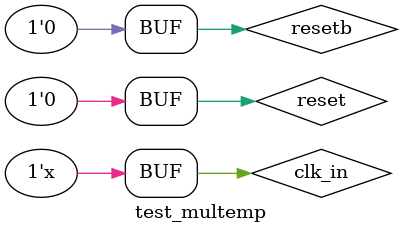
<source format=sv>
`timescale 1ns / 1ps


module test_multemp();
    logic clk_in;
    logic [3:0]dec;
    logic [6:0]sevenseg;
    logic reset;
    logic resetb;
    MultTemp DUT(
        .clk_in(clk_in),
        .dec(dec),
        .sevenseg(sevenseg),
        .reset(reset),
        .resetb(resetb));
        
  always #10 clk_in=~clk_in;
  
  initial begin 
    clk_in=0;
    reset=1;
    resetb=1;
    #10
    reset=0;
    #40000000
    resetb=0;
    
    
    end      
    endmodule

</source>
